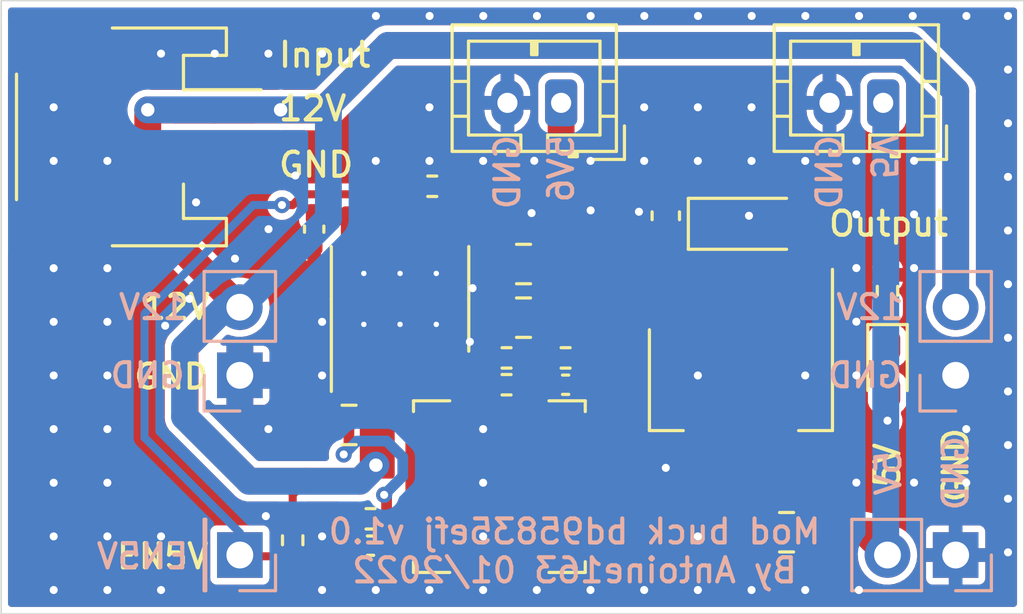
<source format=kicad_pcb>
(kicad_pcb (version 20240108) (generator "pcbnew") (generator_version "8.0")
  (layers (0 "F.Cu" signal) (31 "B.Cu" signal) (34 "B.Paste" user) (35 "F.Paste" user) (36 "B.SilkS" user "B.Silkscreen") (37 "F.SilkS" user "F.Silkscreen") (38 "B.Mask" user) (39 "F.Mask" user) (44 "Edge.Cuts" user))
  (net 0 "")
  (net 1 "+12V")
  (net 2 "GND")
  (net 3 "Net-(C2-Pad1)")
  (net 4 "5V6")
  (net 5 "Net-(C4-Pad1)")
  (net 6 "Net-(C4-Pad2)")
  (net 7 "+5V")
  (net 8 "Net-(C6-Pad2)")
  (net 9 "Net-(D2-Pad1)")
  (net 10 "Net-(R2-Pad1)")
  (net 11 "Net-(R3-Pad1)")
  (net 12 "EN_5V")
  (footprint "Resistor_SMD:R_0402_1005Metric_Pad0.72x0.64mm_HandSolder" (layer "F.Cu") (at 168.7 100.6 180)
    (property "Reference" "R3" (hide yes))
    (property "Value" "82R")
    (fp_line (start -0.167621 0.38) (end 0.167621 0.38) (stroke (width 0.12)) (layer "F.SilkS"))
    (fp_line (start -0.167621 -0.38) (end 0.167621 -0.38) (stroke (width 0.12)) (layer "F.SilkS"))
    (pad "1" smd roundrect (at -0.5975 0 180) (size 0.715 0.64) (layers "F.Cu" "F.Paste" "F.Mask") (net 11 "Net-(R3-Pad1)"))
    (pad "2" smd roundrect (at 0.5975 0 180) (size 0.715 0.64) (layers "F.Cu" "F.Paste" "F.Mask") (net 5 "Net-(C4-Pad1)"))
  )
  (footprint "Capacitor_SMD:C_0603_1608Metric_Pad1.08x0.95mm_HandSolder" (layer "F.Cu") (at 179.7 89.3 90)
    (property "Reference" "C3" (hide yes))
    (property "Value" "1uF")
    (fp_line (start -0.146267 -0.51) (end 0.146267 -0.51) (stroke (width 0.12)) (layer "F.SilkS"))
    (fp_line (start -0.146267 0.51) (end 0.146267 0.51) (stroke (width 0.12)) (layer "F.SilkS"))
    (pad "1" smd roundrect (at -0.8625 0 90) (size 1.075 0.95) (layers "F.Cu" "F.Paste" "F.Mask") (net 4 "5V6"))
    (pad "2" smd roundrect (at 0.8625 0 90) (size 1.075 0.95) (layers "F.Cu" "F.Paste" "F.Mask") (net 2 "GND"))
  )
  (footprint "Capacitor_SMD:C_0805_2012Metric_Pad1.18x1.45mm_HandSolder" (layer "F.Cu") (at 167.9 97.1 180)
    (property "Reference" "C1" (hide yes))
    (property "Value" "10uF")
    (fp_line (start -0.261252 0.735) (end 0.261252 0.735) (stroke (width 0.12)) (layer "F.SilkS"))
    (fp_line (start -0.261252 -0.735) (end 0.261252 -0.735) (stroke (width 0.12)) (layer "F.SilkS"))
    (pad "1" smd roundrect (at -1.0375 0 180) (size 1.175 1.45) (layers "F.Cu" "F.Paste" "F.Mask") (roundrect_rratio 0.2127659574) (net 1 "+12V"))
    (pad "2" smd roundrect (at 1.0375 0 180) (size 1.175 1.45) (layers "F.Cu" "F.Paste" "F.Mask") (roundrect_rratio 0.2127659574) (net 2 "GND"))
  )
  (footprint "Capacitor_SMD:C_0805_2012Metric_Pad1.18x1.45mm_HandSolder" (layer "F.Cu") (at 174.4 93.1 180)
    (property "Reference" "C7" (hide yes))
    (property "Value" "10uF")
    (fp_line (start -0.261252 0.735) (end 0.261252 0.735) (stroke (width 0.12)) (layer "F.SilkS"))
    (fp_line (start -0.261252 -0.735) (end 0.261252 -0.735) (stroke (width 0.12)) (layer "F.SilkS"))
    (pad "1" smd roundrect (at -1.0375 0 180) (size 1.175 1.45) (layers "F.Cu" "F.Paste" "F.Mask") (roundrect_rratio 0.2127659574) (net 4 "5V6"))
    (pad "2" smd roundrect (at 1.0375 0 180) (size 1.175 1.45) (layers "F.Cu" "F.Paste" "F.Mask") (roundrect_rratio 0.2127659574) (net 2 "GND"))
  )
  (footprint "Package_SO:HTSOP-8-1EP_3.9x4.9mm_P1.27mm_EP2.4x3.2mm_ThermalVias" (layer "F.Cu") (at 169.8 92.4 90)
    (property "Reference" "U1" (hide yes))
    (property "Value" "BD95835EFJ")
    (fp_line (start 0 -2.56) (end 1.95 -2.56) (stroke (width 0.12)) (layer "F.SilkS"))
    (fp_line (start 0 -2.56) (end -3.45 -2.56) (stroke (width 0.12)) (layer "F.SilkS"))
    (fp_line (start 0 2.56) (end 1.95 2.56) (stroke (width 0.12)) (layer "F.SilkS"))
    (fp_line (start 0 2.56) (end -1.95 2.56) (stroke (width 0.12)) (layer "F.SilkS"))
    (pad "1" smd roundrect (at -2.65 -1.905 90) (size 1.6 0.6) (layers "F.Cu" "F.Paste" "F.Mask") (net 11 "Net-(R3-Pad1)"))
    (pad "2" smd roundrect (at -2.65 -0.635 90) (size 1.6 0.6) (layers "F.Cu" "F.Paste" "F.Mask") (net 1 "+12V"))
    (pad "3" smd roundrect (at -2.65 0.635 90) (size 1.6 0.6) (layers "F.Cu" "F.Paste" "F.Mask") (net 6 "Net-(C4-Pad2)"))
    (pad "4" smd roundrect (at -2.65 1.905 90) (size 1.6 0.6) (layers "F.Cu" "F.Paste" "F.Mask") (net 2 "GND"))
    (pad "5" smd roundrect (at 2.65 1.905 90) (size 1.6 0.6) (layers "F.Cu" "F.Paste" "F.Mask") (net 8 "Net-(C6-Pad2)"))
    (pad "6" smd roundrect (at 2.65 0.635 90) (size 1.6 0.6) (layers "F.Cu" "F.Paste" "F.Mask") (net 10 "Net-(R2-Pad1)"))
    (pad "7" smd roundrect (at 2.65 -0.635 90) (size 1.6 0.6) (layers "F.Cu" "F.Paste" "F.Mask") (net 12 "EN_5V"))
    (pad "8" smd roundrect (at 2.65 -1.905 90) (size 1.6 0.6) (layers "F.Cu" "F.Paste" "F.Mask") (net 3 "Net-(C2-Pad1)"))
    (pad "9" thru_hole circle (at -0.95 -1.35 90) (size 0.5 0.5) (drill 0.2) (layers "*.Cu") (net 2 "GND"))
    (pad "9" thru_hole circle (at -0.95 0 90) (size 0.5 0.5) (drill 0.2) (layers "*.Cu") (net 2 "GND"))
    (pad "9" thru_hole circle (at -0.95 1.35 90) (size 0.5 0.5) (drill 0.2) (layers "*.Cu") (net 2 "GND"))
    (pad "9" smd rect (at 0 0 90) (size 2.4 3.2) (layers "F.Cu" "F.Mask") (net 2 "GND"))
    (pad "9" smd rect (at 0 0 90) (size 2.4 3.2) (layers "B.Cu") (net 2 "GND"))
    (pad "9" thru_hole circle (at 0.95 -1.35 90) (size 0.5 0.5) (drill 0.2) (layers "*.Cu") (net 2 "GND"))
    (pad "9" thru_hole circle (at 0.95 0 90) (size 0.5 0.5) (drill 0.2) (layers "*.Cu") (net 2 "GND"))
    (pad "9" thru_hole circle (at 0.95 1.35 90) (size 0.5 0.5) (drill 0.2) (layers "*.Cu") (net 2 "GND"))
  )
  (footprint "Resistor_SMD:R_0402_1005Metric_Pad0.72x0.64mm_HandSolder" (layer "F.Cu") (at 173.7675 94.6 180)
    (property "Reference" "R6" (hide yes))
    (property "Value" "R")
    (fp_line (start -0.167621 0.38) (end 0.167621 0.38) (stroke (width 0.12)) (layer "F.SilkS"))
    (fp_line (start -0.167621 -0.38) (end 0.167621 -0.38) (stroke (width 0.12)) (layer "F.SilkS"))
    (pad "1" smd roundrect (at -0.5975 0 180) (size 0.715 0.64) (layers "F.Cu" "F.Paste" "F.Mask") (net 8 "Net-(C6-Pad2)"))
    (pad "2" smd roundrect (at 0.5975 0 180) (size 0.715 0.64) (layers "F.Cu" "F.Paste" "F.Mask") (net 2 "GND"))
  )
  (footprint "Capacitor_SMD:C_0402_1005Metric_Pad0.74x0.62mm_HandSolder" (layer "F.Cu") (at 168.7 101.6)
    (property "Reference" "C4" (hide yes))
    (property "Value" "100nF")
    (fp_line (start -0.115835 -0.36) (end 0.115835 -0.36) (stroke (width 0.12)) (layer "F.SilkS"))
    (fp_line (start -0.115835 0.36) (end 0.115835 0.36) (stroke (width 0.12)) (layer "F.SilkS"))
    (pad "1" smd roundrect (at -0.5675 0) (size 0.735 0.62) (layers "F.Cu" "F.Paste" "F.Mask") (net 5 "Net-(C4-Pad1)"))
    (pad "2" smd roundrect (at 0.5675 0) (size 0.735 0.62) (layers "F.Cu" "F.Paste" "F.Mask") (net 6 "Net-(C4-Pad2)"))
  )
  (footprint "Resistor_SMD:R_0402_1005Metric_Pad0.72x0.64mm_HandSolder" (layer "F.Cu") (at 173.7675 95.6 180)
    (property "Reference" "R4" (hide yes))
    (property "Value" "360K")
    (fp_line (start -0.167621 0.38) (end 0.167621 0.38) (stroke (width 0.12)) (layer "F.SilkS"))
    (fp_line (start -0.167621 -0.38) (end 0.167621 -0.38) (stroke (width 0.12)) (layer "F.SilkS"))
    (pad "1" smd roundrect (at -0.5975 0 180) (size 0.715 0.64) (layers "F.Cu" "F.Paste" "F.Mask") (net 8 "Net-(C6-Pad2)"))
    (pad "2" smd roundrect (at 0.5975 0 180) (size 0.715 0.64) (layers "F.Cu" "F.Paste" "F.Mask") (net 6 "Net-(C4-Pad2)"))
  )
  (footprint "Resistor_SMD:R_0402_1005Metric_Pad0.72x0.64mm_HandSolder" (layer "F.Cu") (at 165.8 101.4 -90)
    (property "Reference" "R1" (hide yes))
    (property "Value" "100K")
    (fp_line (start -0.167621 0.38) (end 0.167621 0.38) (stroke (width 0.12)) (layer "F.SilkS"))
    (fp_line (start -0.167621 -0.38) (end 0.167621 -0.38) (stroke (width 0.12)) (layer "F.SilkS"))
    (pad "1" smd roundrect (at -0.5975 0 270) (size 0.715 0.64) (layers "F.Cu" "F.Paste" "F.Mask") (net 1 "+12V"))
    (pad "2" smd roundrect (at 0.5975 0 270) (size 0.715 0.64) (layers "F.Cu" "F.Paste" "F.Mask") (net 12 "EN_5V"))
  )
  (footprint "AM163:L_TDK_VLS6045AF_Handsoldering" (layer "F.Cu") (at 173.5 99.4)
    (property "Reference" "L1" (hide yes))
    (property "Value" "4.7uH")
    (fp_line (start -3.2 -3.2) (end -1.85 -3.2) (stroke (width 0.12)) (layer "F.SilkS"))
    (fp_line (start -3.2 -2.8) (end -3.2 -3.2) (stroke (width 0.12)) (layer "F.SilkS"))
    (fp_line (start -3.2 3.2) (end -3.2 2.8) (stroke (width 0.12)) (layer "F.SilkS"))
    (fp_line (start -3.2 3.2) (end -1.85 3.2) (stroke (width 0.12)) (layer "F.SilkS"))
    (fp_line (start 1.85 -3.2) (end 3.2 -3.2) (stroke (width 0.12)) (layer "F.SilkS"))
    (fp_line (start 1.85 3.2) (end 3.2 3.2) (stroke (width 0.12)) (layer "F.SilkS"))
    (fp_line (start 3.2 -2.8) (end 3.2 -3.2) (stroke (width 0.12)) (layer "F.SilkS"))
    (fp_line (start 3.2 3.2) (end 3.2 2.8) (stroke (width 0.12)) (layer "F.SilkS"))
    (pad "1" smd roundrect (at -2.375 0) (size 2.175 5.1) (layers "F.Cu" "F.Paste" "F.Mask") (net 6 "Net-(C4-Pad2)"))
    (pad "2" smd roundrect (at 2.375 0) (size 2.175 5.1) (layers "F.Cu" "F.Paste" "F.Mask") (net 4 "5V6"))
  )
  (footprint "Package_TO_SOT_SMD:SOT-223-3_TabPin2" (layer "F.Cu") (at 182.5 95.4 -90)
    (property "Reference" "U2" (hide yes))
    (property "Value" "LDL1117S50R")
    (fp_line (start -1.85 3.41) (end 1.91 3.41) (stroke (width 0.12)) (layer "F.SilkS"))
    (fp_line (start 1.91 3.41) (end 1.91 2.15) (stroke (width 0.12)) (layer "F.SilkS"))
    (fp_line (start -4.1 -3.41) (end 1.91 -3.41) (stroke (width 0.12)) (layer "F.SilkS"))
    (fp_line (start 1.91 -3.41) (end 1.91 -2.15) (stroke (width 0.12)) (layer "F.SilkS"))
    (pad "1" smd rect (at -3.15 -2.3 270) (size 2 1.5) (layers "F.Cu" "F.Paste" "F.Mask") (net 2 "GND"))
    (pad "2" smd rect (at -3.15 0 270) (size 2 1.5) (layers "F.Cu" "F.Paste" "F.Mask") (net 7 "+5V"))
    (pad "2" smd rect (at 3.15 0 270) (size 2 3.8) (layers "F.Cu" "F.Paste" "F.Mask") (net 7 "+5V"))
    (pad "3" smd rect (at -3.15 2.3 270) (size 2 1.5) (layers "F.Cu" "F.Paste" "F.Mask") (net 4 "5V6"))
  )
  (footprint "Resistor_SMD:R_0402_1005Metric_Pad0.72x0.64mm_HandSolder" (layer "F.Cu") (at 187.96 92.1 90)
    (property "Reference" "R7" (hide yes))
    (property "Value" "2K7")
    (fp_line (start -0.167621 -0.38) (end 0.167621 -0.38) (stroke (width 0.12)) (layer "F.SilkS"))
    (fp_line (start -0.167621 0.38) (end 0.167621 0.38) (stroke (width 0.12)) (layer "F.SilkS"))
    (pad "1" smd roundrect (at -0.5975 0 90) (size 0.715 0.64) (layers "F.Cu" "F.Paste" "F.Mask") (net 9 "Net-(D2-Pad1)"))
    (pad "2" smd roundrect (at 0.5975 0 90) (size 0.715 0.64) (layers "F.Cu" "F.Paste" "F.Mask") (net 2 "GND"))
  )
  (footprint "Connector_JST:JST_PH_B2B-PH-K_1x02_P2.00mm_Vertical" (layer "F.Cu") (at 175.8 85.09 180)
    (property "Reference" "J4" (hide yes))
    (property "Value" "Conn_01x02")
    (fp_line (start 4.06 2.91) (end 4.06 -1.81) (stroke (width 0.12)) (layer "F.SilkS"))
    (fp_line (start 4.06 0.8) (end 3.45 0.8) (stroke (width 0.12)) (layer "F.SilkS"))
    (fp_line (start 4.06 -0.5) (end 3.45 -0.5) (stroke (width 0.12)) (layer "F.SilkS"))
    (fp_line (start 4.06 -1.81) (end -2.06 -1.81) (stroke (width 0.12)) (layer "F.SilkS"))
    (fp_line (start 3.45 2.3) (end 3.45 -1.2) (stroke (width 0.12)) (layer "F.SilkS"))
    (fp_line (start 3.45 -1.2) (end 1.5 -1.2) (stroke (width 0.12)) (layer "F.SilkS"))
    (fp_line (start 1.5 -1.2) (end 1.5 -1.81) (stroke (width 0.12)) (layer "F.SilkS"))
    (fp_line (start 1.1 1.8) (end 1.1 2.3) (stroke (width 0.12)) (layer "F.SilkS"))
    (fp_line (start 1 2.3) (end 1 1.8) (stroke (width 0.12)) (layer "F.SilkS"))
    (fp_line (start 0.9 2.3) (end 0.9 1.8) (stroke (width 0.12)) (layer "F.SilkS"))
    (fp_line (start 0.9 1.8) (end 1.1 1.8) (stroke (width 0.12)) (layer "F.SilkS"))
    (fp_line (start 0.5 -1.2) (end -1.45 -1.2) (stroke (width 0.12)) (layer "F.SilkS"))
    (fp_line (start 0.5 -1.81) (end 0.5 -1.2) (stroke (width 0.12)) (layer "F.SilkS"))
    (fp_line (start -0.3 -1.81) (end -0.3 -2.01) (stroke (width 0.12)) (layer "F.SilkS"))
    (fp_line (start -0.3 -1.91) (end -0.6 -1.91) (stroke (width 0.12)) (layer "F.SilkS"))
    (fp_line (start -0.3 -2.01) (end -0.6 -2.01) (stroke (width 0.12)) (layer "F.SilkS"))
    (fp_line (start -0.6 -2.01) (end -0.6 -1.81) (stroke (width 0.12)) (layer "F.SilkS"))
    (fp_line (start -1.11 -2.11) (end -2.36 -2.11) (stroke (width 0.12)) (layer "F.SilkS"))
    (fp_line (start -1.45 2.3) (end 3.45 2.3) (stroke (width 0.12)) (layer "F.SilkS"))
    (fp_line (start -1.45 -1.2) (end -1.45 2.3) (stroke (width 0.12)) (layer "F.SilkS"))
    (fp_line (start -2.06 2.91) (end 4.06 2.91) (stroke (width 0.12)) (layer "F.SilkS"))
    (fp_line (start -2.06 0.8) (end -1.45 0.8) (stroke (width 0.12)) (layer "F.SilkS"))
    (fp_line (start -2.06 -0.5) (end -1.45 -0.5) (stroke (width 0.12)) (layer "F.SilkS"))
    (fp_line (start -2.06 -1.81) (end -2.06 2.91) (stroke (width 0.12)) (layer "F.SilkS"))
    (fp_line (start -2.36 -2.11) (end -2.36 -0.86) (stroke (width 0.12)) (layer "F.SilkS"))
    (pad "1" thru_hole roundrect (at 0 0 180) (size 1.2 1.75) (drill 0.75) (layers "*.Cu" "*.Mask") (roundrect_rratio 0.2083333333) (net 4 "5V6"))
    (pad "2" thru_hole oval (at 2 0 180) (size 1.2 1.75) (drill 0.75) (layers "*.Cu" "*.Mask") (net 2 "GND"))
  )
  (footprint "Diode_SMD:Nexperia_CFP3_SOD-123W" (layer "F.Cu") (at 182.8 89.6)
    (property "Reference" "D1" (hide yes))
    (property "Value" "PMEG40T10ERX")
    (fp_line (start -2.26 -0.95) (end -2.26 0.95) (stroke (width 0.12)) (layer "F.SilkS"))
    (fp_line (start -2.26 -0.95) (end 1.4 -0.95) (stroke (width 0.12)) (layer "F.SilkS"))
    (fp_line (start -2.26 0.95) (end 1.4 0.95) (stroke (width 0.12)) (layer "F.SilkS"))
    (pad "1" smd rect (at -1.4 0) (size 1.2 1.2) (layers "F.Cu" "F.Paste" "F.Mask") (net 4 "5V6"))
    (pad "2" smd rect (at 1.4 0) (size 1.2 1.2) (layers "F.Cu" "F.Paste" "F.Mask") (net 7 "+5V"))
  )
  (footprint "Capacitor_SMD:C_0805_2012Metric_Pad1.18x1.45mm_HandSolder" (layer "F.Cu") (at 174.4 91.1 180)
    (property "Reference" "C8" (hide yes))
    (property "Value" "10uF")
    (fp_line (start -0.261252 0.735) (end 0.261252 0.735) (stroke (width 0.12)) (layer "F.SilkS"))
    (fp_line (start -0.261252 -0.735) (end 0.261252 -0.735) (stroke (width 0.12)) (layer "F.SilkS"))
    (pad "1" smd roundrect (at -1.0375 0 180) (size 1.175 1.45) (layers "F.Cu" "F.Paste" "F.Mask") (roundrect_rratio 0.2127659574) (net 4 "5V6"))
    (pad "2" smd roundrect (at 1.0375 0 180) (size 1.175 1.45) (layers "F.Cu" "F.Paste" "F.Mask") (roundrect_rratio 0.2127659574) (net 2 "GND"))
  )
  (footprint "LED_SMD:LED_0603_1608Metric_Pad1.05x0.95mm_HandSolder" (layer "F.Cu") (at 187.96 95.0175 -90)
    (property "Reference" "D2" (hide yes))
    (property "Value" "LED")
    (fp_line (start -1.66 0.735) (end 0.8 0.735) (stroke (width 0.12)) (layer "F.SilkS"))
    (fp_line (start -1.66 -0.735) (end -1.66 0.735) (stroke (width 0.12)) (layer "F.SilkS"))
    (fp_line (start 0.8 -0.735) (end -1.66 -0.735) (stroke (width 0.12)) (layer "F.SilkS"))
    (pad "1" smd roundrect (at -0.875 0 270) (size 1.05 0.95) (layers "F.Cu" "F.Paste" "F.Mask") (net 9 "Net-(D2-Pad1)"))
    (pad "2" smd roundrect (at 0.875 0 270) (size 1.05 0.95) (layers "F.Cu" "F.Paste" "F.Mask") (net 7 "+5V"))
  )
  (footprint "Resistor_SMD:R_0402_1005Metric_Pad0.72x0.64mm_HandSolder" (layer "F.Cu") (at 171 88.2)
    (property "Reference" "R2" (hide yes))
    (property "Value" "56K")
    (fp_line (start -0.167621 -0.38) (end 0.167621 -0.38) (stroke (width 0.12)) (layer "F.SilkS"))
    (fp_line (start -0.167621 0.38) (end 0.167621 0.38) (stroke (width 0.12)) (layer "F.SilkS"))
    (pad "1" smd roundrect (at -0.5975 0) (size 0.715 0.64) (layers "F.Cu" "F.Paste" "F.Mask") (net 10 "Net-(R2-Pad1)"))
    (pad "2" smd roundrect (at 0.5975 0) (size 0.715 0.64) (layers "F.Cu" "F.Paste" "F.Mask") (net 2 "GND"))
  )
  (footprint "Connector_JST:JST_PH_S2B-PH-SM4-TB_1x02-1MP_P2.00mm_Horizontal" (layer "F.Cu") (at 160.02 86.36 -90)
    (property "Reference" "J1" (hide yes))
    (property "Value" "Conn_01x02")
    (fp_line (start -2.34 4.51) (end 2.34 4.51) (stroke (width 0.12)) (layer "F.SilkS"))
    (fp_line (start -4.06 0.94) (end -4.06 -3.31) (stroke (width 0.12)) (layer "F.SilkS"))
    (fp_line (start 4.06 0.94) (end 4.06 -3.31) (stroke (width 0.12)) (layer "F.SilkS"))
    (fp_line (start -3.04 -1.71) (end -1.76 -1.71) (stroke (width 0.12)) (layer "F.SilkS"))
    (fp_line (start -1.76 -1.71) (end -1.76 -4.6) (stroke (width 0.12)) (layer "F.SilkS"))
    (fp_line (start 3.04 -1.71) (end 1.76 -1.71) (stroke (width 0.12)) (layer "F.SilkS"))
    (fp_line (start -4.06 -3.31) (end -3.04 -3.31) (stroke (width 0.12)) (layer "F.SilkS"))
    (fp_line (start -3.04 -3.31) (end -3.04 -1.71) (stroke (width 0.12)) (layer "F.SilkS"))
    (fp_line (start 3.04 -3.31) (end 3.04 -1.71) (stroke (width 0.12)) (layer "F.SilkS"))
    (fp_line (start 4.06 -3.31) (end 3.04 -3.31) (stroke (width 0.12)) (layer "F.SilkS"))
    (pad "1" smd roundrect (at -1 -2.85 270) (size 1 3.5) (layers "F.Cu" "F.Paste" "F.Mask") (net 1 "+12V"))
    (pad "2" smd roundrect (at 1 -2.85 270) (size 1 3.5) (layers "F.Cu" "F.Paste" "F.Mask") (net 2 "GND") (thermal_bridge_width 1))
    (pad "MP" smd roundrect (at -3.35 2.9 270) (size 1.5 3.4) (layers "F.Cu" "F.Paste" "F.Mask") (roundrect_rratio 0.1666673333) (net 2 "GND"))
    (pad "MP" smd roundrect (at 3.35 2.9 270) (size 1.5 3.4) (layers "F.Cu" "F.Paste" "F.Mask") (roundrect_rratio 0.1666673333) (net 2 "GND"))
  )
  (footprint "Resistor_SMD:R_0402_1005Metric_Pad0.72x0.64mm_HandSolder" (layer "F.Cu") (at 175.9675 94.6 180)
    (property "Reference" "R5" (hide yes))
    (property "Value" "R")
    (fp_line (start -0.167621 0.38) (end 0.167621 0.38) (stroke (width 0.12)) (layer "F.SilkS"))
    (fp_line (start -0.167621 -0.38) (end 0.167621 -0.38) (stroke (width 0.12)) (layer "F.SilkS"))
    (pad "1" smd roundrect (at -0.5975 0 180) (size 0.715 0.64) (layers "F.Cu" "F.Paste" "F.Mask") (net 4 "5V6"))
    (pad "2" smd roundrect (at 0.5975 0 180) (size 0.715 0.64) (layers "F.Cu" "F.Paste" "F.Mask") (net 8 "Net-(C6-Pad2)"))
  )
  (footprint "Capacitor_SMD:C_0402_1005Metric_Pad0.74x0.62mm_HandSolder" (layer "F.Cu") (at 166.6 89.8 -90)
    (property "Reference" "C2" (hide yes))
    (property "Value" "100nF")
    (fp_line (start -0.115835 0.36) (end 0.115835 0.36) (stroke (width 0.12)) (layer "F.SilkS"))
    (fp_line (start -0.115835 -0.36) (end 0.115835 -0.36) (stroke (width 0.12)) (layer "F.SilkS"))
    (pad "1" smd roundrect (at -0.5675 0 270) (size 0.735 0.62) (layers "F.Cu" "F.Paste" "F.Mask") (net 3 "Net-(C2-Pad1)"))
    (pad "2" smd roundrect (at 0.5675 0 270) (size 0.735 0.62) (layers "F.Cu" "F.Paste" "F.Mask") (net 2 "GND"))
  )
  (footprint "Capacitor_SMD:C_0402_1005Metric_Pad0.74x0.62mm_HandSolder" (layer "F.Cu") (at 175.9675 95.6 180)
    (property "Reference" "C6" (hide yes))
    (property "Value" "390pF")
    (fp_line (start -0.115835 0.36) (end 0.115835 0.36) (stroke (width 0.12)) (layer "F.SilkS"))
    (fp_line (start -0.115835 -0.36) (end 0.115835 -0.36) (stroke (width 0.12)) (layer "F.SilkS"))
    (pad "1" smd roundrect (at -0.5675 0 180) (size 0.735 0.62) (layers "F.Cu" "F.Paste" "F.Mask") (net 4 "5V6"))
    (pad "2" smd roundrect (at 0.5675 0 180) (size 0.735 0.62) (layers "F.Cu" "F.Paste" "F.Mask") (net 8 "Net-(C6-Pad2)"))
  )
  (footprint "Capacitor_SMD:C_0805_2012Metric_Pad1.18x1.45mm_HandSolder" (layer "F.Cu") (at 184.2 101.1 180)
    (property "Reference" "C5" (hide yes))
    (property "Value" "4.7uF")
    (fp_line (start -0.261252 0.735) (end 0.261252 0.735) (stroke (width 0.12)) (layer "F.SilkS"))
    (fp_line (start -0.261252 -0.735) (end 0.261252 -0.735) (stroke (width 0.12)) (layer "F.SilkS"))
    (pad "1" smd roundrect (at -1.0375 0 180) (size 1.175 1.45) (layers "F.Cu" "F.Paste" "F.Mask") (roundrect_rratio 0.2127659574) (net 7 "+5V"))
    (pad "2" smd roundrect (at 1.0375 0 180) (size 1.175 1.45) (layers "F.Cu" "F.Paste" "F.Mask") (roundrect_rratio 0.2127659574) (net 2 "GND"))
  )
  (footprint "Connector_JST:JST_PH_B2B-PH-K_1x02_P2.00mm_Vertical" (layer "F.Cu") (at 187.8 85.09 180)
    (property "Reference" "J7" (hide yes))
    (property "Value" "Conn_01x02")
    (fp_line (start 4.06 2.91) (end 4.06 -1.81) (stroke (width 0.12)) (layer "F.SilkS"))
    (fp_line (start 4.06 0.8) (end 3.45 0.8) (stroke (width 0.12)) (layer "F.SilkS"))
    (fp_line (start 4.06 -0.5) (end 3.45 -0.5) (stroke (width 0.12)) (layer "F.SilkS"))
    (fp_line (start 4.06 -1.81) (end -2.06 -1.81) (stroke (width 0.12)) (layer "F.SilkS"))
    (fp_line (start 3.45 2.3) (end 3.45 -1.2) (stroke (width 0.12)) (layer "F.SilkS"))
    (fp_line (start 3.45 -1.2) (end 1.5 -1.2) (stroke (width 0.12)) (layer "F.SilkS"))
    (fp_line (start 1.5 -1.2) (end 1.5 -1.81) (stroke (width 0.12)) (layer "F.SilkS"))
    (fp_line (start 1.1 1.8) (end 1.1 2.3) (stroke (width 0.12)) (layer "F.SilkS"))
    (fp_line (start 1 2.3) (end 1 1.8) (stroke (width 0.12)) (layer "F.SilkS"))
    (fp_line (start 0.9 2.3) (end 0.9 1.8) (stroke (width 0.12)) (layer "F.SilkS"))
    (fp_line (start 0.9 1.8) (end 1.1 1.8) (stroke (width 0.12)) (layer "F.SilkS"))
    (fp_line (start 0.5 -1.2) (end -1.45 -1.2) (stroke (width 0.12)) (layer "F.SilkS"))
    (fp_line (start 0.5 -1.81) (end 0.5 -1.2) (stroke (width 0.12)) (layer "F.SilkS"))
    (fp_line (start -0.3 -1.81) (end -0.3 -2.01) (stroke (width 0.12)) (layer "F.SilkS"))
    (fp_line (start -0.3 -1.91) (end -0.6 -1.91) (stroke (width 0.12)) (layer "F.SilkS"))
    (fp_line (start -0.3 -2.01) (end -0.6 -2.01) (stroke (width 0.12)) (layer "F.SilkS"))
    (fp_line (start -0.6 -2.01) (end -0.6 -1.81) (stroke (width 0.12)) (layer "F.SilkS"))
    (fp_line (start -1.11 -2.11) (end -2.36 -2.11) (stroke (width 0.12)) (layer "F.SilkS"))
    (fp_line (start -1.45 2.3) (end 3.45 2.3) (stroke (width 0.12)) (layer "F.SilkS"))
    (fp_line (start -1.45 -1.2) (end -1.45 2.3) (stroke (width 0.12)) (layer "F.SilkS"))
    (fp_line (start -2.06 2.91) (end 4.06 2.91) (stroke (width 0.12)) (layer "F.SilkS"))
    (fp_line (start -2.06 0.8) (end -1.45 0.8) (stroke (width 0.12)) (layer "F.SilkS"))
    (fp_line (start -2.06 -0.5) (end -1.45 -0.5) (stroke (width 0.12)) (layer "F.SilkS"))
    (fp_line (start -2.06 -1.81) (end -2.06 2.91) (stroke (width 0.12)) (layer "F.SilkS"))
    (fp_line (start -2.36 -2.11) (end -2.36 -0.86) (stroke (width 0.12)) (layer "F.SilkS"))
    (pad "1" thru_hole roundrect (at 0 0 180) (size 1.2 1.75) (drill 0.75) (layers "*.Cu" "*.Mask") (roundrect_rratio 0.2083333333) (net 7 "+5V"))
    (pad "2" thru_hole oval (at 2 0 180) (size 1.2 1.75) (drill 0.75) (layers "*.Cu" "*.Mask") (net 2 "GND"))
  )
  (footprint "Connector_PinHeader_2.54mm:PinHeader_1x01_P2.54mm_Vertical" (layer "B.Cu") (at 163.83 101.95 90)
    (property "Reference" "J3" (hide yes))
    (property "Value" "Conn_01x01")
    (fp_line (start -1.33 -1.33) (end 1.33 -1.33) (stroke (width 0.12)) (layer "B.SilkS"))
    (fp_line (start 1.33 -1.27) (end 1.33 -1.33) (stroke (width 0.12)) (layer "B.SilkS"))
    (fp_line (start -1.33 -1.27) (end -1.33 -1.33) (stroke (width 0.12)) (layer "B.SilkS"))
    (fp_line (start -1.33 -1.27) (end 1.33 -1.27) (stroke (width 0.12)) (layer "B.SilkS"))
    (fp_line (start -1.33 0) (end -1.33 1.33) (stroke (width 0.12)) (layer "B.SilkS"))
    (fp_line (start -1.33 1.33) (end 0 1.33) (stroke (width 0.12)) (layer "B.SilkS"))
    (pad "1" thru_hole rect (at 0 0 90) (size 1.7 1.7) (drill 1) (layers "*.Cu" "*.Mask") (net 12 "EN_5V"))
  )
  (footprint "Connector_PinHeader_2.54mm:PinHeader_1x02_P2.54mm_Vertical" (layer "B.Cu") (at 190.5 101.95 90)
    (property "Reference" "J5" (hide yes))
    (property "Value" "Conn_01x02")
    (fp_line (start -1.33 -3.87) (end 1.33 -3.87) (stroke (width 0.12)) (layer "B.SilkS"))
    (fp_line (start 1.33 -1.27) (end 1.33 -3.87) (stroke (width 0.12)) (layer "B.SilkS"))
    (fp_line (start -1.33 -1.27) (end -1.33 -3.87) (stroke (width 0.12)) (layer "B.SilkS"))
    (fp_line (start -1.33 -1.27) (end 1.33 -1.27) (stroke (width 0.12)) (layer "B.SilkS"))
    (fp_line (start -1.33 0) (end -1.33 1.33) (stroke (width 0.12)) (layer "B.SilkS"))
    (fp_line (start -1.33 1.33) (end 0 1.33) (stroke (width 0.12)) (layer "B.SilkS"))
    (pad "1" thru_hole rect (at 0 0 90) (size 1.7 1.7) (drill 1) (layers "*.Cu" "*.Mask") (net 2 "GND"))
    (pad "2" thru_hole oval (at 0 -2.54 90) (size 1.7 1.7) (drill 1) (layers "*.Cu" "*.Mask") (net 7 "+5V"))
  )
  (footprint "Connector_PinHeader_2.54mm:PinHeader_1x02_P2.54mm_Vertical" (layer "B.Cu") (at 163.83 95.25)
    (property "Reference" "J2" (hide yes))
    (property "Value" "Conn_01x02")
    (fp_line (start -1.33 -3.87) (end 1.33 -3.87) (stroke (width 0.12)) (layer "B.SilkS"))
    (fp_line (start -1.33 -1.27) (end -1.33 -3.87) (stroke (width 0.12)) (layer "B.SilkS"))
    (fp_line (start -1.33 -1.27) (end 1.33 -1.27) (stroke (width 0.12)) (layer "B.SilkS"))
    (fp_line (start -1.33 0) (end -1.33 1.33) (stroke (width 0.12)) (layer "B.SilkS"))
    (fp_line (start -1.33 1.33) (end 0 1.33) (stroke (width 0.12)) (layer "B.SilkS"))
    (fp_line (start 1.33 -1.27) (end 1.33 -3.87) (stroke (width 0.12)) (layer "B.SilkS"))
    (pad "1" thru_hole rect (at 0 0) (size 1.7 1.7) (drill 1) (layers "*.Cu" "*.Mask") (net 2 "GND") (thermal_bridge_width 1))
    (pad "2" thru_hole oval (at 0 -2.54) (size 1.7 1.7) (drill 1) (layers "*.Cu" "*.Mask") (net 1 "+12V"))
  )
  (footprint "Connector_PinHeader_2.54mm:PinHeader_1x02_P2.54mm_Vertical" (layer "B.Cu") (at 190.5 95.25)
    (property "Reference" "J6" (hide yes))
    (property "Value" "Conn_01x02")
    (fp_line (start -1.33 -3.87) (end 1.33 -3.87) (stroke (width 0.12)) (layer "B.SilkS"))
    (fp_line (start -1.33 -1.27) (end -1.33 -3.87) (stroke (width 0.12)) (layer "B.SilkS"))
    (fp_line (start -1.33 -1.27) (end 1.33 -1.27) (stroke (width 0.12)) (layer "B.SilkS"))
    (fp_line (start -1.33 0) (end -1.33 1.33) (stroke (width 0.12)) (layer "B.SilkS"))
    (fp_line (start -1.33 1.33) (end 0 1.33) (stroke (width 0.12)) (layer "B.SilkS"))
    (fp_line (start 1.33 -1.27) (end 1.33 -3.87) (stroke (width 0.12)) (layer "B.SilkS"))
    (pad "1" thru_hole rect (at 0 0) (size 1.7 1.7) (drill 1) (layers "*.Cu" "*.Mask") (net 2 "GND"))
    (pad "2" thru_hole oval (at 0 -2.54) (size 1.7 1.7) (drill 1) (layers "*.Cu" "*.Mask") (net 1 "+12V"))
  )
  (gr_line (start 154.94 104.14) (end 154.94 81.28) (stroke (width 0.05)) (layer "Edge.Cuts"))
  (gr_line (start 193.04 81.28) (end 193.04 104.14) (stroke (width 0.05)) (layer "Edge.Cuts"))
  (gr_line (start 154.94 81.28) (end 193.04 81.28) (stroke (width 0.05)) (layer "Edge.Cuts"))
  (gr_line (start 193.04 104.14) (end 154.94 104.14) (stroke (width 0.05)) (layer "Edge.Cuts"))
  (gr_text "12V\n" (at 188.655 92.71 0) (layer "B.SilkS") (effects (font (size 0.9 0.9) (thickness 0.153)) (justify left mirror)))
  (gr_text "GND" (at 173.8 86.2 90) (layer "B.SilkS") (effects (font (size 0.9 0.9) (thickness 0.153)) (justify left mirror)))
  (gr_text "Mod buck bd95835efj v1.0\nBy Antoine163 01/2022\n" (at 176.3 101.8 0) (layer "B.SilkS") (effects (font (size 0.9 0.9) (thickness 0.153)) (justify mirror)))
  (gr_text "GND\n" (at 188.595 95.25 0) (layer "B.SilkS") (effects (font (size 0.9 0.9) (thickness 0.153)) (justify left mirror)))
  (gr_text "5V" (at 187.8 86.2 270) (layer "B.SilkS") (effects (font (size 0.9 0.9) (thickness 0.153)) (justify right mirror)))
  (gr_text "GND\n" (at 190.5 98.9 90) (layer "B.SilkS") (effects (font (size 0.9 0.9) (thickness 0.153)) (justify mirror)))
  (gr_text "EN5V" (at 162 102 0) (layer "B.SilkS") (effects (font (size 0.9 0.9) (thickness 0.153)) (justify left mirror)))
  (gr_text "GND\n" (at 161.865 95.25 0) (layer "B.SilkS") (effects (font (size 0.9 0.9) (thickness 0.153)) (justify left mirror)))
  (gr_text "5V6" (at 175.8 86.2 90) (layer "B.SilkS") (effects (font (size 0.9 0.9) (thickness 0.153)) (justify left mirror)))
  (gr_text "12V\n" (at 161.925 92.71 0) (layer "B.SilkS") (effects (font (size 0.9 0.9) (thickness 0.153)) (justify left mirror)))
  (gr_text "GND" (at 185.8 86.2 90) (layer "B.SilkS") (effects (font (size 0.9 0.9) (thickness 0.153)) (justify left mirror)))
  (gr_text "5V" (at 188 98.9 90) (layer "B.SilkS") (effects (font (size 0.9 0.9) (thickness 0.153)) (justify mirror)))
  (gr_text "5V" (at 187.96 98.6 90) (layer "F.SilkS") (effects (font (size 0.9 0.9) (thickness 0.153))))
  (gr_text "GND" (at 165.2 87.4 0) (layer "F.SilkS") (effects (font (size 0.9 0.9) (thickness 0.153)) (justify left)))
  (gr_text "GND" (at 162.75 95.3 0) (layer "F.SilkS") (effects (font (size 0.9 0.9) (thickness 0.153)) (justify right)))
  (gr_text "Input" (at 165.2 83.3 0) (layer "F.SilkS") (effects (font (size 0.9 0.9) (thickness 0.153)) (justify left)))
  (gr_text "Output" (at 188 89.6 0) (layer "F.SilkS") (effects (font (size 0.9 0.9) (thickness 0.153))))
  (gr_text "12V" (at 162.8 92.7 0) (layer "F.SilkS") (effects (font (size 0.9 0.9) (thickness 0.153)) (justify right)))
  (gr_text "GND\n" (at 190.5 98.6 90) (layer "F.SilkS") (effects (font (size 0.9 0.9) (thickness 0.153))))
  (gr_text "EN5V" (at 162.75 102 0) (layer "F.SilkS") (effects (font (size 0.9 0.9) (thickness 0.153)) (justify right)))
  (gr_text "12V" (at 165.2 85.3 0) (layer "F.SilkS") (effects (font (size 0.9 0.9) (thickness 0.153)) (justify left)))
  (segment (start 164.179511 99.199511) (end 166.299511 99.199511) (width 1) (layer "F.Cu") (net 1))
  (segment (start 169.35 82.95) (end 188.8 82.95) (width 1) (layer "F.Cu") (net 1))
  (segment (start 160.41 85.36) (end 160.4 85.35) (width 1) (layer "F.Cu") (net 1))
  (segment (start 166.299511 99.199511) (end 168.300489 99.199511) (width 1) (layer "F.Cu") (net 1))
  (segment (start 161.79 96.81) (end 164.179511 99.199511) (width 1) (layer "F.Cu") (net 1))
  (segment (start 190.5 84.65) (end 188.8 82.95) (width 1) (layer "F.Cu") (net 1))
  (segment (start 160.4 85.35) (end 160.4 89.28) (width 1) (layer "F.Cu") (net 1))
  (segment (start 163.29 92.71) (end 161.79 94.21) (width 1) (layer "F.Cu") (net 1))
  (segment (start 163.83 92.71) (end 163.29 92.71) (width 1) (layer "F.Cu") (net 1))
  (segment (start 190.5 92.71) (end 190.5 84.65) (width 1) (layer "F.Cu") (net 1))
  (segment (start 160.4 89.28) (end 163.83 92.71) (width 1) (layer "F.Cu") (net 1))
  (segment (start 168.300489 99.199511) (end 168.9 98.6) (width 1) (layer "F.Cu") (net 1))
  (segment (start 161.79 94.21) (end 161.79 96.81) (width 1) (layer "F.Cu") (net 1))
  (segment (start 165.8 100.8025) (end 165.8 99.699022) (width 0.3) (layer "F.Cu") (net 1))
  (segment (start 165.8 99.699022) (end 166.299511 99.199511) (width 0.3) (layer "F.Cu") (net 1))
  (segment (start 162.87 85.36) (end 166.94 85.36) (width 1) (layer "F.Cu") (net 1))
  (segment (start 162.87 85.36) (end 160.41 85.36) (width 1) (layer "F.Cu") (net 1))
  (segment (start 166.94 85.36) (end 169.35 82.95) (width 1) (layer "F.Cu") (net 1))
  (via (at 165.35 85.35) (size 1) (drill 0.5) (layers "F.Cu" "B.Cu") (net 1))
  (via (at 160.4 85.35) (size 1) (drill 0.5) (layers "F.Cu" "B.Cu") (net 1))
  (via (at 168.9 98.6) (size 1) (drill 0.5) (layers "F.Cu" "B.Cu") (net 1))
  (segment (start 167.1 85.2) (end 169.35 82.95) (width 1) (layer "B.Cu") (net 1))
  (segment (start 167.13 85.38) (end 167.13 89.41) (width 1) (layer "B.Cu") (net 1))
  (segment (start 167.13 89.41) (end 163.83 92.71) (width 1) (layer "B.Cu") (net 1))
  (segment (start 169.35 82.95) (end 188.8 82.95) (width 1) (layer "B.Cu") (net 1))
  (segment (start 167.1 85.35) (end 165.35 85.35) (width 1) (layer "B.Cu") (net 1))
  (segment (start 164.179511 99.199511) (end 168.300489 99.199511) (width 1) (layer "B.Cu") (net 1))
  (segment (start 161.77 94.23) (end 161.77 96.79) (width 1) (layer "B.Cu") (net 1))
  (segment (start 167.1 85.35) (end 167.13 85.38) (width 1) (layer "B.Cu") (net 1))
  (segment (start 167.1 85.35) (end 167.1 85.2) (width 1) (layer "B.Cu") (net 1))
  (segment (start 163.83 92.71) (end 163.29 92.71) (width 1) (layer "B.Cu") (net 1))
  (segment (start 165.35 85.35) (end 160.4 85.35) (width 1) (layer "B.Cu") (net 1))
  (segment (start 190.5 84.65) (end 190.5 92.71) (width 1) (layer "B.Cu") (net 1))
  (segment (start 188.8 82.95) (end 190.5 84.65) (width 1) (layer "B.Cu") (net 1))
  (segment (start 168.300489 99.199511) (end 168.9 98.6) (width 1) (layer "B.Cu") (net 1))
  (segment (start 161.77 96.79) (end 164.179511 99.199511) (width 1) (layer "B.Cu") (net 1))
  (segment (start 163.29 92.71) (end 161.77 94.23) (width 1) (layer "B.Cu") (net 1))
  (via (at 163.65 90.9) (size 0.6) (drill 0.3) (layers "F.Cu" "B.Cu") (net 2))
  (via (at 190.9 81.85) (size 0.6) (drill 0.3) (layers "F.Cu" "B.Cu") (net 2))
  (via (at 172.895 103.255) (size 0.6) (drill 0.3) (layers "F.Cu" "B.Cu") (net 2))
  (via (at 166.895 103.255) (size 0.6) (drill 0.3) (layers "F.Cu" "B.Cu") (net 2))
  (via (at 182.8 89.3) (size 0.6) (drill 0.3) (layers "F.Cu" "B.Cu") (net 2))
  (via (at 160.895 83.255) (size 0.6) (drill 0.3) (layers "F.Cu" "B.Cu") (net 2))
  (via (at 172.895 101.255) (size 0.6) (drill 0.3) (layers "F.Cu" "B.Cu") (net 2))
  (via (at 172.895 87.255) (size 0.6) (drill 0.3) (layers "F.Cu" "B.Cu") (net 2))
  (via (at 188.95 87.25) (size 0.6) (drill 0.3) (layers "F.Cu" "B.Cu") (net 2))
  (via (at 156.895 87.255) (size 0.6) (drill 0.3) (layers "F.Cu" "B.Cu") (net 2))
  (via (at 156.895 95.255) (size 0.6) (drill 0.3) (layers "F.Cu" "B.Cu") (net 2))
  (via (at 170.895 103.255) (size 0.6) (drill 0.3) (layers "F.Cu" "B.Cu") (net 2))
  (via (at 192.45 85.85) (size 0.6) (drill 0.3) (layers "F.Cu" "B.Cu") (net 2))
  (via (at 186.8 89.25) (size 0.6) (drill 0.3) (layers "F.Cu" "B.Cu") (net 2))
  (via (at 192.45 95.85) (size 0.6) (drill 0.3) (layers "F.Cu" "B.Cu") (net 2))
  (via (at 180.895 103.255) (size 0.6) (drill 0.3) (layers "F.Cu" "B.Cu") (net 2))
  (via (at 168.9 81.85) (size 0.6) (drill 0.3) (layers "F.Cu" "B.Cu") (net 2))
  (via (at 158.895 99.255) (size 0.6) (drill 0.3) (layers "F.Cu" "B.Cu") (net 2))
  (via (at 170.895 85.255) (size 0.6) (drill 0.3) (layers "F.Cu" "B.Cu") (net 2))
  (via (at 178.7 89.15) (size 0.6) (drill 0.3) (layers "F.Cu" "B.Cu") (net 2))
  (via (at 192.45 99.85) (size 0.6) (drill 0.3) (layers "F.Cu" "B.Cu") (net 2))
  (via (at 164.8 100.5) (size 0.6) (drill 0.3) (layers "F.Cu" "B.Cu") (net 2))
  (via (at 160.895 103.255) (size 0.6) (drill 0.3) (layers "F.Cu" "B.Cu") (net 2))
  (via (at 180.895 85.255) (size 0.6) (drill 0.3) (layers "F.Cu" "B.Cu") (net 2))
  (via (at 182.895 85.255) (size 0.6) (drill 0.3) (layers "F.Cu" "B.Cu") (net 2))
  (via (at 174.895 103.255) (size 0.6) (drill 0.3) (layers "F.Cu" "B.Cu") (net 2))
  (via (at 188.95 89.25) (size 0.6) (drill 0.3) (layers "F.Cu" "B.Cu") (net 2))
  (via (at 192.45 101.85) (size 0.6) (drill 0.3) (layers "F.Cu" "B.Cu") (net 2))
  (via (at 188.9 81.85) (size 0.6) (drill 0.3) (layers "F.Cu" "B.Cu") (net 2))
  (via (at 170.9 81.85) (size 0.6) (drill 0.3) (layers "F.Cu" "B.Cu") (net 2))
  (via (at 172.9 81.85) (size 0.6) (drill 0.3) (layers "F.Cu" "B.Cu") (net 2))
  (via (at 184.895 95.255) (size 0.6) (drill 0.3) (layers "F.Cu" "B.Cu") (net 2))
  (via (at 178.895 87.255) (size 0.6) (drill 0.3) (layers "F.Cu" "B.Cu") (net 2))
  (via (at 192.45 97.85) (size 0.6) (drill 0.3) (layers "F.Cu" "B.Cu") (net 2))
  (via (at 158.895 95.255) (size 0.6) (drill 0.3) (layers "F.Cu" "B.Cu") (net 2))
  (via (at 158.895 91.255) (size 0.6) (drill 0.3) (layers "F.Cu" "B.Cu") (net 2))
  (via (at 156.895 97.255) (size 0.6) (drill 0.3) (layers "F.Cu" "B.Cu") (net 2))
  (via (at 165.9 87.8) (size 0.6) (drill 0.3) (layers "F.Cu" "B.Cu") (net 2))
  (via (at 182.895 87.255) (size 0.6) (drill 0.3) (layers "F.Cu" "B.Cu") (net 2))
  (via (at 158.895 103.255) (size 0.6) (drill 0.3) (layers "F.Cu" "B.Cu") (net 2))
  (via (at 192.45 87.85) (size 0.6) (drill 0.3) (layers "F.Cu" "B.Cu") (net 2))
  (via (at 172.5 92) (size 0.6) (drill 0.3) (layers "F.Cu" "B.Cu") (net 2))
  (via (at 184.9 81.85) (size 0.6) (drill 0.3) (layers "F.Cu" "B.Cu") (net 2))
  (via (at 176.9 89.1) (size 0.6) (drill 0.3) (layers "F.Cu" "B.Cu") (net 2))
  (via (at 180.895 95.255) (size 0.6) (drill 0.3) (layers "F.Cu" "B.Cu") (net 2))
  (via (at 182.9 81.85) (size 0.6) (drill 0.3) (layers "F.Cu" "B.Cu") (net 2))
  (via (at 188.95 99.25) (size 0.6) (drill 0.3) (layers "F.Cu" "B.Cu") (net 2))
  (via (at 178.895 85.255) (size 0.6) (drill 0.3) (layers "F.Cu" "B.Cu") (net 2))
  (via (at 174.8 87.25) (size 0.6) (drill 0.3) (layers "F.Cu" "B.Cu") (net 2))
  (via (at 156.895 99.255) (size 0.6) (drill 0.3) (layers "F.Cu" "B.Cu") (net 2))
  (via (at 180.9 81.85) (size 0.6) (drill 0.3) (layers "F.Cu" "B.Cu") (net 2))
  (via (at 180.895 101.255) (size 0.6) (drill 0.3) (layers "F.Cu" "B.Cu") (net 2))
  (via (at 179.7 98.7) (size 0.6) (drill 0.3) (layers "F.Cu" "B.Cu") (net 2))
  (via (at 164.9 89.8) (size 0.6) (drill 0.3) (layers "F.Cu" "B.Cu") (net 2))
  (via (at 164.895 97.255) (size 0.6) (drill 0.3) (layers "F.Cu" "B.Cu") (net 2))
  (via (at 192.45 93.85) (size 0.6) (drill 0.3) (layers "F.Cu" "B.Cu") (net 2))
  (via (at 158.895 87.255) (size 0.6) (drill 0.3) (layers "F.Cu" "B.Cu") (net 2))
  (via (at 190.895 97.255) (size 0.6) (drill 0.3) (layers "F.Cu" "B.Cu") (net 2))
  (via (at 186.9 81.85) (size 0.6) (drill 0.3) (layers "F.Cu" "B.Cu") (net 2))
  (via (at 161.95 92.4) (size 0.6) (drill 0.3) (layers "F.Cu" "B.Cu") (net 2))
  (via (at 186.8 87.25) (size 0.6) (drill 0.3) (layers "F.Cu" "B.Cu") (net 2))
  (via (at 178.895 103.255) (size 0.6) (drill 0.3) (layers "F.Cu" "B.Cu") (net 2))
  (via (at 186.8 93.25) (size 0.6) (drill 0.3) (layers "F.Cu" "B.Cu") (net 2))
  (via (at 168.895 103.255) (size 0.6) (drill 0.3) (layers "F.Cu" "B.Cu") (net 2))
  (via (at 166.895 83.255) (size 0.6) (drill 0.3) (layers "F.Cu" "B.Cu") (net 2))
  (via (at 174.7 89.2) (size 0.6) (drill 0.3) (layers "F.Cu" "B.Cu") (net 2))
  (via (at 172.895 97.255) (size 0.6) (drill 0.3) (layers "F.Cu" "B.Cu") (net 2))
  (via (at 158.895 101.255) (size 0.6) (drill 0.3) (layers "F.Cu" "B.Cu") (net 2))
  (via (at 190.895 99.255) (size 0.6) (drill 0.3) (layers "F.Cu" "B.Cu") (net 2))
  (via (at 176.9 81.85) (size 0.6) (drill 0.3) (layers "F.Cu" "B.Cu") (net 2))
  (via (at 156.895 91.255) (size 0.6) (drill 0.3) (layers "F.Cu" "B.Cu") (net 2))
  (via (at 172.895 99.255) (size 0.6) (drill 0.3) (layers "F.Cu" "B.Cu") (net 2))
  (via (at 156.895 85.255) (size 0.6) (drill 0.3) (layers "F.Cu" "B.Cu") (net 2))
  (via (at 182.895 103.255) (size 0.6) (drill 0.3) (layers "F.Cu" "B.Cu") (net 2))
  (via (at 162.2 88.8) (size 0.6) (drill 0.3) (layers "F.Cu" "B.Cu") (net 2))
  (via (at 166.895 95.255) (size 0.6) (drill 0.3) (layers "F.Cu" "B.Cu") (net 2))
  (via (at 170.895 87.255) (size 0.6) (drill 0.3) (layers "F.Cu" "B.Cu") (net 2))
  (via (at 192.45 89.85) (size 0.6) (drill 0.3) (layers "F.Cu" "B.Cu") (net 2))
  (via (at 186.8 99.25) (size 0.6) (drill 0.3) (layers "F.Cu" "B.Cu") (net 2))
  (via (at 176.895 103.255) (size 0.6) (drill 0.3) (layers "F.Cu" "B.Cu") (net 2))
  (via (at 162.895 83.255) (size 0.6) (drill 0.3) (layers "F.Cu" "B.Cu") (net 2))
  (via (at 184.895 87.255) (size 0.6) (drill 0.3) (layers "F.Cu" "B.Cu") (net 2))
  (via (at 174.9 81.85) (size 0.6) (drill 0.3) (layers "F.Cu" "B.Cu") (net 2))
  (via (at 192.45 91.85) (size 0.6) (drill 0.3) (layers "F.Cu" "B.Cu") (net 2))
  (via (at 192.45 81.85) (size 0.6) (drill 0.3) (layers "F.Cu" "B.Cu") (net 2))
  (via (at 172.4 94) (size 0.6) (drill 0.3) (layers "F.Cu" "B.Cu") (net 2))
  (via (at 166.895 101.255) (size 0.6) (drill 0.3) (layers "F.Cu" "B.Cu") (net 2))
  (via (at 158.895 97.255) (size 0.6) (drill 0.3) (layers "F.Cu" "B.Cu") (net 2))
  (via (at 161.05 93.4) (size 0.6) (drill 0.3) (layers "F.Cu" "B.Cu") (net 2))
  (via (at 164.895 83.255) (size 0.6) (drill 0.3) (layers "F.Cu" "B.Cu") (net 2))
  (via (at 192.45 83.85) (size 0.6) (drill 0.3) (layers "F.Cu" "B.Cu") (net 2))
  (via (at 166.895 93.255) (size 0.6) (drill 0.3) (layers "F.Cu" "B.Cu") (net 2))
  (via (at 156.895 101.255) (size 0.6) (drill 0.3) (layers "F.Cu" "B.Cu") (net 2))
  (via (at 156.895 93.255) (size 0.6) (drill 0.3) (layers "F.Cu" "B.Cu") (net 2))
  (via (at 156.895 103.255) (size 0.6) (drill 0.3) (layers "F.Cu" "B.Cu") (net 2))
  (via (at 186.895 103.255) (size 0.6) (drill 0.3) (layers "F.Cu" "B.Cu") (net 2))
  (via (at 180.895 87.255) (size 0.6) (drill 0.3) (layers "F.Cu" "B.Cu") (net 2))
  (via (at 158.895 93.255) (size 0.6) (drill 0.3) (layers "F.Cu" "B.Cu") (net 2))
  (via (at 176.895 87.255) (size 0.6) (drill 0.3) (layers "F.Cu" "B.Cu") (net 2))
  (via (at 186.8 91.25) (size 0.6) (drill 0.3) (layers "F.Cu" "B.Cu") (net 2))
  (via (at 188.95 91.25) (size 0.6) (drill 0.3) (layers "F.Cu" "B.Cu") (net 2))
  (via (at 186.8 95.25) (size 0.6) (drill 0.3) (layers "F.Cu" "B.Cu") (net 2))
  (via (at 184.895 103.255) (size 0.6) (drill 0.3) (layers "F.Cu" "B.Cu") (net 2))
  (via (at 168.895 87.255) (size 0.6) (drill 0.3) (layers "F.Cu" "B.Cu") (net 2))
  (via (at 178.9 81.85) (size 0.6) (drill 0.3) (layers "F.Cu" "B.Cu") (net 2))
  (via (at 160.895 101.255) (size 0.6) (drill 0.3) (layers "F.Cu" "B.Cu") (net 2))
  (segment (start 167.3775 89.2325) (end 167.895 89.75) (width 0.3) (layer "F.Cu") (net 3))
  (segment (start 166.6 89.2325) (end 167.3775 89.2325) (width 0.3) (layer "F.Cu") (net 3))
  (segment (start 179.5625 90.3) (end 176.2375 90.3) (width 1) (layer "F.Cu") (net 4))
  (segment (start 180.8375 90.1625) (end 181.4 89.6) (width 0.6) (layer "F.Cu") (net 4))
  (segment (start 180.2 92.25) (end 180.2 90.6625) (width 1) (layer "F.Cu") (net 4))
  (segment (start 179.7 90.1625) (end 179.5625 90.3) (width 1) (layer "F.Cu") (net 4))
  (segment (start 175.8 90.7375) (end 175.4375 91.1) (width 0.8) (layer "F.Cu") (net 4))
  (segment (start 176.2375 90.3) (end 175.4375 91.1) (width 1) (layer "F.Cu") (net 4))
  (segment (start 175.8 85.09) (end 175.8 90.7375) (width 1) (layer "F.Cu") (net 4))
  (segment (start 179.7 90.1625) (end 180.8375 90.1625) (width 0.6) (layer "F.Cu") (net 4))
  (segment (start 180.2 90.6625) (end 179.7 90.1625) (width 1) (layer "F.Cu") (net 4))
  (segment (start 168.1325 101.6) (end 168.1325 100.63) (width 0.4) (layer "F.Cu") (net 5))
  (segment (start 168.1325 100.63) (end 168.1025 100.6) (width 0.4) (layer "F.Cu") (net 5))
  (segment (start 169.2675 101.6) (end 170.5 101.6) (width 0.4) (layer "F.Cu") (net 6))
  (segment (start 170.5 101.6) (end 171.125 100.975) (width 0.4) (layer "F.Cu") (net 6))
  (segment (start 171.125 100.975) (end 171.125 99.4) (width 0.4) (layer "F.Cu") (net 6))
  (segment (start 173.1 95.6) (end 171.125 97.575) (width 0.3) (layer "F.Cu") (net 6))
  (segment (start 171.125 97.575) (end 171.125 99.4) (width 0.3) (layer "F.Cu") (net 6))
  (segment (start 170.3575 98.6325) (end 171.125 99.4) (width 0.3) (layer "F.Cu") (net 6))
  (segment (start 173.17 95.6) (end 173.1 95.6) (width 0.3) (layer "F.Cu") (net 6))
  (segment (start 182.5 92.25) (end 182.5 98.55) (width 1) (layer "F.Cu") (net 7))
  (segment (start 185.2375 101.1) (end 187.11 101.1) (width 1) (layer "F.Cu") (net 7))
  (segment (start 187.11 101.1) (end 187.96 101.95) (width 1) (layer "F.Cu") (net 7))
  (segment (start 184.05 98.55) (end 185.2375 99.7375) (width 1) (layer "F.Cu") (net 7))
  (segment (start 185.2375 99.7375) (end 185.2375 101.1) (width 1) (layer "F.Cu") (net 7))
  (segment (start 182.5 98.55) (end 184.05 98.55) (width 1) (layer "F.Cu") (net 7))
  (segment (start 182.5 92.25) (end 182.5 91.3) (width 0.6) (layer "F.Cu") (net 7))
  (segment (start 187.96 95.8925) (end 187.96 96.94) (width 0.3) (layer "F.Cu") (net 7))
  (segment (start 182.5 91.3) (end 184.2 89.6) (width 0.6) (layer "F.Cu") (net 7))
  (via (at 187.96 96.94) (size 0.6) (drill 0.3) (layers "F.Cu" "B.Cu") (net 7))
  (segment (start 187.96 85.25) (end 187.8 85.09) (width 0.6) (layer "B.Cu") (net 7))
  (segment (start 187.895489 101.885489) (end 187.895489 85.185489) (width 1) (layer "B.Cu") (net 7))
  (segment (start 187.96 101.95) (end 187.895489 101.885489) (width 1) (layer "B.Cu") (net 7))
  (segment (start 187.895489 85.185489) (end 187.8 85.09) (width 1) (layer "B.Cu") (net 7))
  (segment (start 187.96 101.95) (end 187.96 96.94) (width 0.6) (layer "B.Cu") (net 7))
  (segment (start 187.96 96.94) (end 187.96 85.25) (width 0.6) (layer "B.Cu") (net 7))
  (segment (start 171.705 89.75) (end 173.85 89.75) (width 0.3) (layer "F.Cu") (net 8))
  (segment (start 174.365 93.765) (end 174.365 94.6) (width 0.3) (layer "F.Cu") (net 8))
  (segment (start 174.365 94.6) (end 174.365 95.6) (width 0.3) (layer "F.Cu") (net 8))
  (segment (start 173.85 89.75) (end 174.364888 90.264888) (width 0.3) (layer "F.Cu") (net 8))
  (segment (start 174.364888 90.264888) (end 174.364888 93.764888) (width 0.3) (layer "F.Cu") (net 8))
  (segment (start 175.37 94.6) (end 175.37 95.57) (width 0.3) (layer "F.Cu") (net 8))
  (segment (start 175.37 95.57) (end 175.4 95.6) (width 0.3) (layer "F.Cu") (net 8))
  (segment (start 174.364888 93.764888) (end 174.365 93.765) (width 0.3) (layer "F.Cu") (net 8))
  (segment (start 174.365 94.6) (end 175.37 94.6) (width 0.3) (layer "F.Cu") (net 8))
  (segment (start 175.4 95.6) (end 174.365 95.6) (width 0.3) (layer "F.Cu") (net 8))
  (segment (start 187.96 92.6975) (end 187.96 94.1425) (width 0.3) (layer "F.Cu") (net 9))
  (segment (start 170.435 89.75) (end 170.435 88.2325) (width 0.3) (layer "F.Cu") (net 10))
  (segment (start 170.435 88.2325) (end 170.4025 88.2) (width 0.3) (layer "F.Cu") (net 10))
  (segment (start 167.895 98.005) (end 167.7 98.2) (width 0.4) (layer "F.Cu") (net 11))
  (segment (start 169.2975 100.6) (end 169.2975 99.7975) (width 0.4) (layer "F.Cu") (net 11))
  (segment (start 169.2975 99.7975) (end 169.206754 99.706754) (width 0.4) (layer "F.Cu") (net 11))
  (segment (start 167.895 95.05) (end 167.895 98.005) (width 0.4) (layer "F.Cu") (net 11))
  (via (at 169.206754 99.706754) (size 0.6) (drill 0.3) (layers "F.Cu" "B.Cu") (net 11))
  (via (at 167.7 98.2) (size 0.6) (drill 0.3) (layers "F.Cu" "B.Cu") (net 11))
  (segment (start 169.206754 99.706754) (end 169.9 99.013508) (width 0.4) (layer "B.Cu") (net 11))
  (segment (start 169.9 98.3) (end 169.30048 97.70048) (width 0.4) (layer "B.Cu") (net 11))
  (segment (start 169.30048 97.70048) (end 168.19952 97.70048) (width 0.4) (layer "B.Cu") (net 11))
  (segment (start 168.19952 97.70048) (end 167.7 98.2) (width 0.4) (layer "B.Cu") (net 11))
  (segment (start 169.9 99.013508) (end 169.9 98.3) (width 0.4) (layer "B.Cu") (net 11))
  (segment (start 163.8775 101.9975) (end 163.83 101.95) (width 0.3) (layer "F.Cu") (net 12))
  (segment (start 165.8 101.9975) (end 163.8775 101.9975) (width 0.3) (layer "F.Cu") (net 12))
  (segment (start 169.165 88.885) (end 169.165 89.75) (width 0.3) (layer "F.Cu") (net 12))
  (segment (start 165.4 88.9) (end 165.8 88.9) (width 0.3) (layer "F.Cu") (net 12))
  (segment (start 168.78 88.5) (end 169.165 88.885) (width 0.3) (layer "F.Cu") (net 12))
  (segment (start 165.8 88.9) (end 166.2 88.5) (width 0.3) (layer "F.Cu") (net 12))
  (segment (start 166.2 88.5) (end 168.78 88.5) (width 0.3) (layer "F.Cu") (net 12))
  (via (at 165.4 88.9) (size 0.6) (drill 0.3) (layers "F.Cu" "B.Cu") (net 12))
  (segment (start 163.83 101.12) (end 163.83 101.95) (width 0.3) (layer "B.Cu") (net 12))
  (segment (start 160.28 92.95) (end 160.28 97.57) (width 0.3) (layer "B.Cu") (net 12))
  (segment (start 160.28 97.57) (end 163.83 101.12) (width 0.3) (layer "B.Cu") (net 12))
  (segment (start 165.4 88.9) (end 164.33 88.9) (width 0.3) (layer "B.Cu") (net 12))
  (segment (start 164.33 88.9) (end 160.28 92.95) (width 0.3) (layer "B.Cu") (net 12))
  (zone (net 6) (net_name "Net-(C4-Pad2)") (layer "F.Cu") (priority 1) (connect_pads yes (clearance 0.2)) (min_thickness 0.254) (fill yes (thermal_gap 0.508) (thermal_bridge_width 0.508))
    (polygon (pts (xy 170.8 95.9) (xy 171.2 96.3) (xy 171.9 96.3) (xy 172.3 96.7) (xy 172.3 102) (xy 170 102) (xy 170 96.7) (xy 170.1 96.6) (xy 170.1 94.2) (xy 170.8 94.2)))
  )
  (zone (net 4) (net_name "5V6") (layer "F.Cu") (priority 1) (connect_pads (clearance 0.254)) (min_thickness 0.254) (fill yes (thermal_gap 0.254) (thermal_bridge_width 0.508))
    (polygon (pts (xy 178.6 89.8) (xy 178.6 101) (xy 177.1 102.5) (xy 174.2 102.5) (xy 174.2 96.1) (xy 176 96.1) (xy 176 94.1) (xy 174.5 94.1) (xy 174.5 89.8)))
  )
  (zone (net 1) (net_name "+12V") (layer "F.Cu") (priority 1) (connect_pads yes (clearance 0.2)) (min_thickness 0.254) (fill yes (thermal_gap 0.508) (thermal_bridge_width 0.508))
    (polygon (pts (xy 169.6 94.2) (xy 169.6 98.1) (xy 169.6 99.1) (xy 168.3 99.1) (xy 168.3 96.2) (xy 168.7 95.8) (xy 168.7 94.2)))
  )
  (zone (net 2) (net_name "GND") (layers "F&B.Cu") (connect_pads (clearance 0.254)) (min_thickness 0.254) (fill yes (thermal_gap 0.254) (thermal_bridge_width 0.508))
    (polygon (pts (xy 193.04 81.28) (xy 193.04 104.14) (xy 154.94 104.14) (xy 154.94 81.28)))
  )
)
</source>
